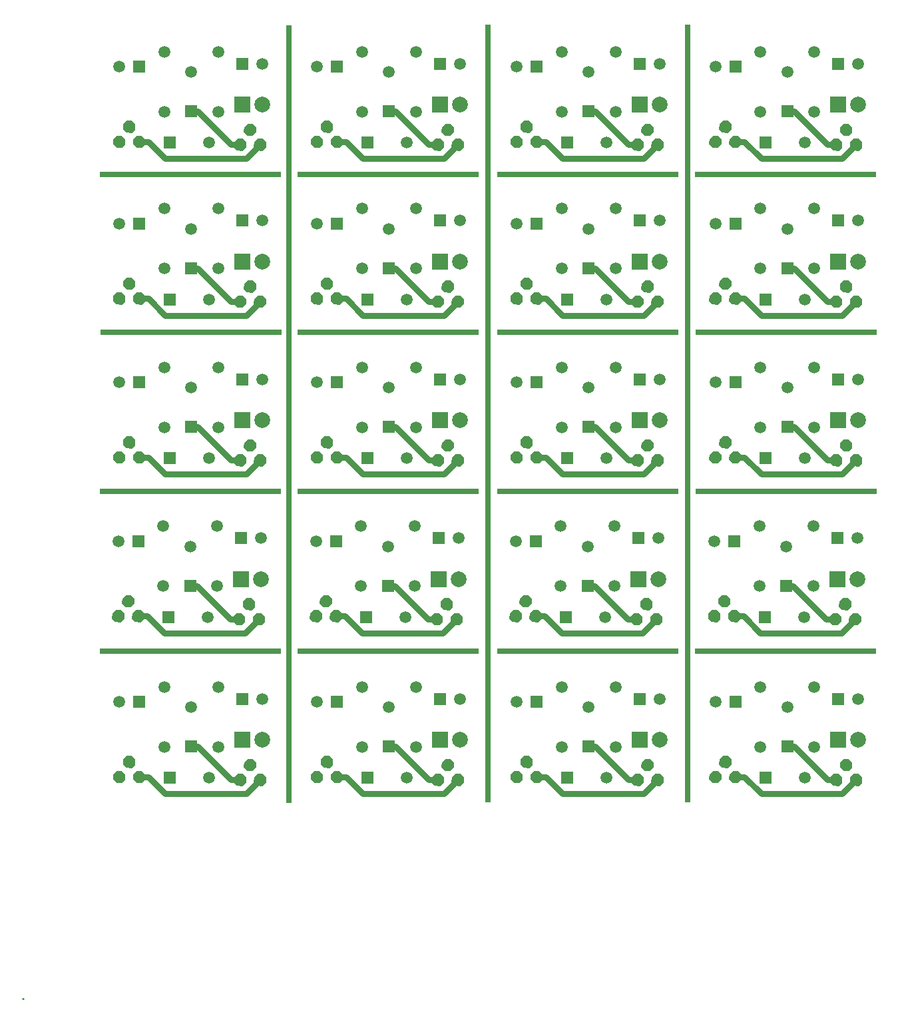
<source format=gtl>
G04 Layer_Physical_Order=1*
G04 Layer_Color=255*
%FSLAX25Y25*%
%MOIN*%
G70*
G01*
G75*
%ADD10C,0.03000*%
%ADD11C,0.01000*%
%ADD12R,0.90551X0.02756*%
%ADD13R,0.02756X3.89764*%
%ADD14C,0.05905*%
%ADD15R,0.05905X0.05905*%
%ADD16R,0.05905X0.05905*%
%ADD17R,0.07874X0.07874*%
%ADD18C,0.07874*%
G36*
X316832Y343428D02*
X318538Y341566D01*
X318428Y339042D01*
X316566Y337336D01*
X314042Y337446D01*
X312336Y339308D01*
X312446Y341832D01*
X314308Y343538D01*
X316832Y343428D01*
D02*
G37*
G36*
X217332D02*
X219038Y341566D01*
X218928Y339042D01*
X217066Y337336D01*
X214542Y337446D01*
X212836Y339308D01*
X212946Y341832D01*
X214808Y343538D01*
X217332Y343428D01*
D02*
G37*
G36*
X117332D02*
X119038Y341566D01*
X118928Y339042D01*
X117066Y337336D01*
X114542Y337446D01*
X112836Y339308D01*
X112946Y341832D01*
X114808Y343538D01*
X117332Y343428D01*
D02*
G37*
G36*
X18332D02*
X20038Y341566D01*
X19928Y339042D01*
X18066Y337336D01*
X15542Y337446D01*
X13836Y339308D01*
X13946Y341832D01*
X15808Y343538D01*
X18332Y343428D01*
D02*
G37*
G36*
X377332Y341928D02*
X379038Y340066D01*
X378928Y337542D01*
X377066Y335836D01*
X374542Y335946D01*
X372836Y337808D01*
X372946Y340332D01*
X374808Y342038D01*
X377332Y341928D01*
D02*
G37*
G36*
X277832D02*
X279538Y340066D01*
X279428Y337542D01*
X277566Y335836D01*
X275042Y335946D01*
X273336Y337808D01*
X273446Y340332D01*
X275308Y342038D01*
X277832Y341928D01*
D02*
G37*
G36*
X177832D02*
X179538Y340066D01*
X179428Y337542D01*
X177566Y335836D01*
X175042Y335946D01*
X173336Y337808D01*
X173446Y340332D01*
X175308Y342038D01*
X177832Y341928D01*
D02*
G37*
G36*
X78832D02*
X80538Y340066D01*
X80428Y337542D01*
X78566Y335836D01*
X76042Y335946D01*
X74336Y337808D01*
X74446Y340332D01*
X76308Y342038D01*
X78832Y341928D01*
D02*
G37*
G36*
X321832Y335928D02*
X323538Y334066D01*
X323428Y331542D01*
X321566Y329836D01*
X319042Y329946D01*
X317336Y331808D01*
X317446Y334332D01*
X319308Y336038D01*
X321832Y335928D01*
D02*
G37*
G36*
X311832D02*
X313538Y334066D01*
X313428Y331542D01*
X311566Y329836D01*
X309042Y329946D01*
X307336Y331808D01*
X307446Y334332D01*
X309308Y336038D01*
X311832Y335928D01*
D02*
G37*
G36*
X222332D02*
X224038Y334066D01*
X223928Y331542D01*
X222066Y329836D01*
X219542Y329946D01*
X217836Y331808D01*
X217946Y334332D01*
X219808Y336038D01*
X222332Y335928D01*
D02*
G37*
G36*
X212332D02*
X214038Y334066D01*
X213928Y331542D01*
X212066Y329836D01*
X209542Y329946D01*
X207836Y331808D01*
X207946Y334332D01*
X209808Y336038D01*
X212332Y335928D01*
D02*
G37*
G36*
X122332D02*
X124038Y334066D01*
X123928Y331542D01*
X122066Y329836D01*
X119542Y329946D01*
X117836Y331808D01*
X117946Y334332D01*
X119808Y336038D01*
X122332Y335928D01*
D02*
G37*
G36*
X112332D02*
X114038Y334066D01*
X113928Y331542D01*
X112066Y329836D01*
X109542Y329946D01*
X107836Y331808D01*
X107946Y334332D01*
X109808Y336038D01*
X112332Y335928D01*
D02*
G37*
G36*
X23332D02*
X25038Y334066D01*
X24928Y331542D01*
X23066Y329836D01*
X20542Y329946D01*
X18836Y331808D01*
X18946Y334332D01*
X20808Y336038D01*
X23332Y335928D01*
D02*
G37*
G36*
X13332D02*
X15038Y334066D01*
X14928Y331542D01*
X13066Y329836D01*
X10542Y329946D01*
X8836Y331808D01*
X8946Y334332D01*
X10808Y336038D01*
X13332Y335928D01*
D02*
G37*
G36*
X382332Y334428D02*
X384038Y332566D01*
X383928Y330042D01*
X382066Y328336D01*
X379542Y328446D01*
X377836Y330308D01*
X377946Y332832D01*
X379808Y334538D01*
X382332Y334428D01*
D02*
G37*
G36*
X372332D02*
X374038Y332566D01*
X373928Y330042D01*
X372066Y328336D01*
X369542Y328446D01*
X367836Y330308D01*
X367946Y332832D01*
X369808Y334538D01*
X372332Y334428D01*
D02*
G37*
G36*
X282832D02*
X284538Y332566D01*
X284428Y330042D01*
X282566Y328336D01*
X280042Y328446D01*
X278336Y330308D01*
X278446Y332832D01*
X280308Y334538D01*
X282832Y334428D01*
D02*
G37*
G36*
X272832D02*
X274538Y332566D01*
X274428Y330042D01*
X272566Y328336D01*
X270042Y328446D01*
X268336Y330308D01*
X268446Y332832D01*
X270308Y334538D01*
X272832Y334428D01*
D02*
G37*
G36*
X182832D02*
X184538Y332566D01*
X184428Y330042D01*
X182566Y328336D01*
X180042Y328446D01*
X178336Y330308D01*
X178446Y332832D01*
X180308Y334538D01*
X182832Y334428D01*
D02*
G37*
G36*
X172832D02*
X174538Y332566D01*
X174428Y330042D01*
X172566Y328336D01*
X170042Y328446D01*
X168336Y330308D01*
X168446Y332832D01*
X170308Y334538D01*
X172832Y334428D01*
D02*
G37*
G36*
X83832D02*
X85538Y332566D01*
X85428Y330042D01*
X83566Y328336D01*
X81042Y328446D01*
X79336Y330308D01*
X79446Y332832D01*
X81308Y334538D01*
X83832Y334428D01*
D02*
G37*
G36*
X73832D02*
X75538Y332566D01*
X75428Y330042D01*
X73566Y328336D01*
X71042Y328446D01*
X69336Y330308D01*
X69446Y332832D01*
X71308Y334538D01*
X73832Y334428D01*
D02*
G37*
G36*
X316832Y264928D02*
X318538Y263066D01*
X318428Y260542D01*
X316566Y258836D01*
X314042Y258946D01*
X312336Y260808D01*
X312446Y263332D01*
X314308Y265038D01*
X316832Y264928D01*
D02*
G37*
G36*
X217332D02*
X219038Y263066D01*
X218928Y260542D01*
X217066Y258836D01*
X214542Y258946D01*
X212836Y260808D01*
X212946Y263332D01*
X214808Y265038D01*
X217332Y264928D01*
D02*
G37*
G36*
X117332D02*
X119038Y263066D01*
X118928Y260542D01*
X117066Y258836D01*
X114542Y258946D01*
X112836Y260808D01*
X112946Y263332D01*
X114808Y265038D01*
X117332Y264928D01*
D02*
G37*
G36*
X18332D02*
X20038Y263066D01*
X19928Y260542D01*
X18066Y258836D01*
X15542Y258946D01*
X13836Y260808D01*
X13946Y263332D01*
X15808Y265038D01*
X18332Y264928D01*
D02*
G37*
G36*
X377332Y263428D02*
X379038Y261566D01*
X378928Y259042D01*
X377066Y257336D01*
X374542Y257446D01*
X372836Y259308D01*
X372946Y261832D01*
X374808Y263538D01*
X377332Y263428D01*
D02*
G37*
G36*
X277832D02*
X279538Y261566D01*
X279428Y259042D01*
X277566Y257336D01*
X275042Y257446D01*
X273336Y259308D01*
X273446Y261832D01*
X275308Y263538D01*
X277832Y263428D01*
D02*
G37*
G36*
X177832D02*
X179538Y261566D01*
X179428Y259042D01*
X177566Y257336D01*
X175042Y257446D01*
X173336Y259308D01*
X173446Y261832D01*
X175308Y263538D01*
X177832Y263428D01*
D02*
G37*
G36*
X78832D02*
X80538Y261566D01*
X80428Y259042D01*
X78566Y257336D01*
X76042Y257446D01*
X74336Y259308D01*
X74446Y261832D01*
X76308Y263538D01*
X78832Y263428D01*
D02*
G37*
G36*
X321832Y257428D02*
X323538Y255566D01*
X323428Y253042D01*
X321566Y251336D01*
X319042Y251446D01*
X317336Y253308D01*
X317446Y255832D01*
X319308Y257538D01*
X321832Y257428D01*
D02*
G37*
G36*
X311832D02*
X313538Y255566D01*
X313428Y253042D01*
X311566Y251336D01*
X309042Y251446D01*
X307336Y253308D01*
X307446Y255832D01*
X309308Y257538D01*
X311832Y257428D01*
D02*
G37*
G36*
X222332D02*
X224038Y255566D01*
X223928Y253042D01*
X222066Y251336D01*
X219542Y251446D01*
X217836Y253308D01*
X217946Y255832D01*
X219808Y257538D01*
X222332Y257428D01*
D02*
G37*
G36*
X212332D02*
X214038Y255566D01*
X213928Y253042D01*
X212066Y251336D01*
X209542Y251446D01*
X207836Y253308D01*
X207946Y255832D01*
X209808Y257538D01*
X212332Y257428D01*
D02*
G37*
G36*
X122332D02*
X124038Y255566D01*
X123928Y253042D01*
X122066Y251336D01*
X119542Y251446D01*
X117836Y253308D01*
X117946Y255832D01*
X119808Y257538D01*
X122332Y257428D01*
D02*
G37*
G36*
X112332D02*
X114038Y255566D01*
X113928Y253042D01*
X112066Y251336D01*
X109542Y251446D01*
X107836Y253308D01*
X107946Y255832D01*
X109808Y257538D01*
X112332Y257428D01*
D02*
G37*
G36*
X23332D02*
X25038Y255566D01*
X24928Y253042D01*
X23066Y251336D01*
X20542Y251446D01*
X18836Y253308D01*
X18946Y255832D01*
X20808Y257538D01*
X23332Y257428D01*
D02*
G37*
G36*
X13332D02*
X15038Y255566D01*
X14928Y253042D01*
X13066Y251336D01*
X10542Y251446D01*
X8836Y253308D01*
X8946Y255832D01*
X10808Y257538D01*
X13332Y257428D01*
D02*
G37*
G36*
X382332Y255928D02*
X384038Y254066D01*
X383928Y251542D01*
X382066Y249836D01*
X379542Y249946D01*
X377836Y251808D01*
X377946Y254332D01*
X379808Y256038D01*
X382332Y255928D01*
D02*
G37*
G36*
X372332D02*
X374038Y254066D01*
X373928Y251542D01*
X372066Y249836D01*
X369542Y249946D01*
X367836Y251808D01*
X367946Y254332D01*
X369808Y256038D01*
X372332Y255928D01*
D02*
G37*
G36*
X282832D02*
X284538Y254066D01*
X284428Y251542D01*
X282566Y249836D01*
X280042Y249946D01*
X278336Y251808D01*
X278446Y254332D01*
X280308Y256038D01*
X282832Y255928D01*
D02*
G37*
G36*
X272832D02*
X274538Y254066D01*
X274428Y251542D01*
X272566Y249836D01*
X270042Y249946D01*
X268336Y251808D01*
X268446Y254332D01*
X270308Y256038D01*
X272832Y255928D01*
D02*
G37*
G36*
X182832D02*
X184538Y254066D01*
X184428Y251542D01*
X182566Y249836D01*
X180042Y249946D01*
X178336Y251808D01*
X178446Y254332D01*
X180308Y256038D01*
X182832Y255928D01*
D02*
G37*
G36*
X172832D02*
X174538Y254066D01*
X174428Y251542D01*
X172566Y249836D01*
X170042Y249946D01*
X168336Y251808D01*
X168446Y254332D01*
X170308Y256038D01*
X172832Y255928D01*
D02*
G37*
G36*
X83832D02*
X85538Y254066D01*
X85428Y251542D01*
X83566Y249836D01*
X81042Y249946D01*
X79336Y251808D01*
X79446Y254332D01*
X81308Y256038D01*
X83832Y255928D01*
D02*
G37*
G36*
X73832D02*
X75538Y254066D01*
X75428Y251542D01*
X73566Y249836D01*
X71042Y249946D01*
X69336Y251808D01*
X69446Y254332D01*
X71308Y256038D01*
X73832Y255928D01*
D02*
G37*
G36*
X316832Y185428D02*
X318538Y183566D01*
X318428Y181042D01*
X316566Y179336D01*
X314042Y179446D01*
X312336Y181308D01*
X312446Y183832D01*
X314308Y185538D01*
X316832Y185428D01*
D02*
G37*
G36*
X217332D02*
X219038Y183566D01*
X218928Y181042D01*
X217066Y179336D01*
X214542Y179446D01*
X212836Y181308D01*
X212946Y183832D01*
X214808Y185538D01*
X217332Y185428D01*
D02*
G37*
G36*
X117332D02*
X119038Y183566D01*
X118928Y181042D01*
X117066Y179336D01*
X114542Y179446D01*
X112836Y181308D01*
X112946Y183832D01*
X114808Y185538D01*
X117332Y185428D01*
D02*
G37*
G36*
X18332D02*
X20038Y183566D01*
X19928Y181042D01*
X18066Y179336D01*
X15542Y179446D01*
X13836Y181308D01*
X13946Y183832D01*
X15808Y185538D01*
X18332Y185428D01*
D02*
G37*
G36*
X377332Y183928D02*
X379038Y182066D01*
X378928Y179542D01*
X377066Y177836D01*
X374542Y177946D01*
X372836Y179808D01*
X372946Y182332D01*
X374808Y184038D01*
X377332Y183928D01*
D02*
G37*
G36*
X277832D02*
X279538Y182066D01*
X279428Y179542D01*
X277566Y177836D01*
X275042Y177946D01*
X273336Y179808D01*
X273446Y182332D01*
X275308Y184038D01*
X277832Y183928D01*
D02*
G37*
G36*
X177832D02*
X179538Y182066D01*
X179428Y179542D01*
X177566Y177836D01*
X175042Y177946D01*
X173336Y179808D01*
X173446Y182332D01*
X175308Y184038D01*
X177832Y183928D01*
D02*
G37*
G36*
X78832D02*
X80538Y182066D01*
X80428Y179542D01*
X78566Y177836D01*
X76042Y177946D01*
X74336Y179808D01*
X74446Y182332D01*
X76308Y184038D01*
X78832Y183928D01*
D02*
G37*
G36*
X321832Y177928D02*
X323538Y176066D01*
X323428Y173542D01*
X321566Y171836D01*
X319042Y171946D01*
X317336Y173808D01*
X317446Y176332D01*
X319308Y178038D01*
X321832Y177928D01*
D02*
G37*
G36*
X311832D02*
X313538Y176066D01*
X313428Y173542D01*
X311566Y171836D01*
X309042Y171946D01*
X307336Y173808D01*
X307446Y176332D01*
X309308Y178038D01*
X311832Y177928D01*
D02*
G37*
G36*
X222332D02*
X224038Y176066D01*
X223928Y173542D01*
X222066Y171836D01*
X219542Y171946D01*
X217836Y173808D01*
X217946Y176332D01*
X219808Y178038D01*
X222332Y177928D01*
D02*
G37*
G36*
X212332D02*
X214038Y176066D01*
X213928Y173542D01*
X212066Y171836D01*
X209542Y171946D01*
X207836Y173808D01*
X207946Y176332D01*
X209808Y178038D01*
X212332Y177928D01*
D02*
G37*
G36*
X122332D02*
X124038Y176066D01*
X123928Y173542D01*
X122066Y171836D01*
X119542Y171946D01*
X117836Y173808D01*
X117946Y176332D01*
X119808Y178038D01*
X122332Y177928D01*
D02*
G37*
G36*
X112332D02*
X114038Y176066D01*
X113928Y173542D01*
X112066Y171836D01*
X109542Y171946D01*
X107836Y173808D01*
X107946Y176332D01*
X109808Y178038D01*
X112332Y177928D01*
D02*
G37*
G36*
X23332D02*
X25038Y176066D01*
X24928Y173542D01*
X23066Y171836D01*
X20542Y171946D01*
X18836Y173808D01*
X18946Y176332D01*
X20808Y178038D01*
X23332Y177928D01*
D02*
G37*
G36*
X13332D02*
X15038Y176066D01*
X14928Y173542D01*
X13066Y171836D01*
X10542Y171946D01*
X8836Y173808D01*
X8946Y176332D01*
X10808Y178038D01*
X13332Y177928D01*
D02*
G37*
G36*
X382332Y176428D02*
X384038Y174566D01*
X383928Y172042D01*
X382066Y170336D01*
X379542Y170446D01*
X377836Y172308D01*
X377946Y174832D01*
X379808Y176538D01*
X382332Y176428D01*
D02*
G37*
G36*
X372332D02*
X374038Y174566D01*
X373928Y172042D01*
X372066Y170336D01*
X369542Y170446D01*
X367836Y172308D01*
X367946Y174832D01*
X369808Y176538D01*
X372332Y176428D01*
D02*
G37*
G36*
X282832D02*
X284538Y174566D01*
X284428Y172042D01*
X282566Y170336D01*
X280042Y170446D01*
X278336Y172308D01*
X278446Y174832D01*
X280308Y176538D01*
X282832Y176428D01*
D02*
G37*
G36*
X272832D02*
X274538Y174566D01*
X274428Y172042D01*
X272566Y170336D01*
X270042Y170446D01*
X268336Y172308D01*
X268446Y174832D01*
X270308Y176538D01*
X272832Y176428D01*
D02*
G37*
G36*
X182832D02*
X184538Y174566D01*
X184428Y172042D01*
X182566Y170336D01*
X180042Y170446D01*
X178336Y172308D01*
X178446Y174832D01*
X180308Y176538D01*
X182832Y176428D01*
D02*
G37*
G36*
X172832D02*
X174538Y174566D01*
X174428Y172042D01*
X172566Y170336D01*
X170042Y170446D01*
X168336Y172308D01*
X168446Y174832D01*
X170308Y176538D01*
X172832Y176428D01*
D02*
G37*
G36*
X83832D02*
X85538Y174566D01*
X85428Y172042D01*
X83566Y170336D01*
X81042Y170446D01*
X79336Y172308D01*
X79446Y174832D01*
X81308Y176538D01*
X83832Y176428D01*
D02*
G37*
G36*
X73832D02*
X75538Y174566D01*
X75428Y172042D01*
X73566Y170336D01*
X71042Y170446D01*
X69336Y172308D01*
X69446Y174832D01*
X71308Y176538D01*
X73832Y176428D01*
D02*
G37*
G36*
X316332Y105928D02*
X318038Y104066D01*
X317928Y101542D01*
X316066Y99836D01*
X313542Y99946D01*
X311836Y101808D01*
X311946Y104332D01*
X313808Y106038D01*
X316332Y105928D01*
D02*
G37*
G36*
X216832D02*
X218538Y104066D01*
X218428Y101542D01*
X216566Y99836D01*
X214042Y99946D01*
X212336Y101808D01*
X212446Y104332D01*
X214308Y106038D01*
X216832Y105928D01*
D02*
G37*
G36*
X116832D02*
X118538Y104066D01*
X118428Y101542D01*
X116566Y99836D01*
X114042Y99946D01*
X112336Y101808D01*
X112446Y104332D01*
X114308Y106038D01*
X116832Y105928D01*
D02*
G37*
G36*
X17832D02*
X19538Y104066D01*
X19428Y101542D01*
X17566Y99836D01*
X15042Y99946D01*
X13336Y101808D01*
X13446Y104332D01*
X15308Y106038D01*
X17832Y105928D01*
D02*
G37*
G36*
X376832Y104428D02*
X378538Y102566D01*
X378428Y100042D01*
X376566Y98336D01*
X374042Y98446D01*
X372336Y100308D01*
X372446Y102832D01*
X374308Y104538D01*
X376832Y104428D01*
D02*
G37*
G36*
X277332D02*
X279038Y102566D01*
X278928Y100042D01*
X277066Y98336D01*
X274542Y98446D01*
X272836Y100308D01*
X272946Y102832D01*
X274808Y104538D01*
X277332Y104428D01*
D02*
G37*
G36*
X177332D02*
X179038Y102566D01*
X178928Y100042D01*
X177066Y98336D01*
X174542Y98446D01*
X172836Y100308D01*
X172946Y102832D01*
X174808Y104538D01*
X177332Y104428D01*
D02*
G37*
G36*
X78332D02*
X80038Y102566D01*
X79928Y100042D01*
X78066Y98336D01*
X75542Y98446D01*
X73836Y100308D01*
X73946Y102832D01*
X75808Y104538D01*
X78332Y104428D01*
D02*
G37*
G36*
X321332Y98428D02*
X323038Y96566D01*
X322928Y94042D01*
X321066Y92336D01*
X318542Y92446D01*
X316836Y94308D01*
X316946Y96832D01*
X318808Y98538D01*
X321332Y98428D01*
D02*
G37*
G36*
X311332D02*
X313038Y96566D01*
X312928Y94042D01*
X311066Y92336D01*
X308542Y92446D01*
X306836Y94308D01*
X306946Y96832D01*
X308808Y98538D01*
X311332Y98428D01*
D02*
G37*
G36*
X221832D02*
X223538Y96566D01*
X223428Y94042D01*
X221566Y92336D01*
X219042Y92446D01*
X217336Y94308D01*
X217446Y96832D01*
X219308Y98538D01*
X221832Y98428D01*
D02*
G37*
G36*
X211832D02*
X213538Y96566D01*
X213428Y94042D01*
X211566Y92336D01*
X209042Y92446D01*
X207336Y94308D01*
X207446Y96832D01*
X209308Y98538D01*
X211832Y98428D01*
D02*
G37*
G36*
X121832D02*
X123538Y96566D01*
X123428Y94042D01*
X121566Y92336D01*
X119042Y92446D01*
X117336Y94308D01*
X117446Y96832D01*
X119308Y98538D01*
X121832Y98428D01*
D02*
G37*
G36*
X111832D02*
X113538Y96566D01*
X113428Y94042D01*
X111566Y92336D01*
X109042Y92446D01*
X107336Y94308D01*
X107446Y96832D01*
X109308Y98538D01*
X111832Y98428D01*
D02*
G37*
G36*
X22832D02*
X24538Y96566D01*
X24428Y94042D01*
X22566Y92336D01*
X20042Y92446D01*
X18336Y94308D01*
X18446Y96832D01*
X20308Y98538D01*
X22832Y98428D01*
D02*
G37*
G36*
X12832D02*
X14538Y96566D01*
X14428Y94042D01*
X12566Y92336D01*
X10042Y92446D01*
X8336Y94308D01*
X8446Y96832D01*
X10308Y98538D01*
X12832Y98428D01*
D02*
G37*
G36*
X381832Y96928D02*
X383538Y95066D01*
X383428Y92542D01*
X381566Y90836D01*
X379042Y90946D01*
X377336Y92808D01*
X377446Y95332D01*
X379308Y97038D01*
X381832Y96928D01*
D02*
G37*
G36*
X371832D02*
X373538Y95066D01*
X373428Y92542D01*
X371566Y90836D01*
X369042Y90946D01*
X367336Y92808D01*
X367446Y95332D01*
X369308Y97038D01*
X371832Y96928D01*
D02*
G37*
G36*
X282332D02*
X284038Y95066D01*
X283928Y92542D01*
X282066Y90836D01*
X279542Y90946D01*
X277836Y92808D01*
X277946Y95332D01*
X279808Y97038D01*
X282332Y96928D01*
D02*
G37*
G36*
X272332D02*
X274038Y95066D01*
X273928Y92542D01*
X272066Y90836D01*
X269542Y90946D01*
X267836Y92808D01*
X267946Y95332D01*
X269808Y97038D01*
X272332Y96928D01*
D02*
G37*
G36*
X182332D02*
X184038Y95066D01*
X183928Y92542D01*
X182066Y90836D01*
X179542Y90946D01*
X177836Y92808D01*
X177946Y95332D01*
X179808Y97038D01*
X182332Y96928D01*
D02*
G37*
G36*
X172332D02*
X174038Y95066D01*
X173928Y92542D01*
X172066Y90836D01*
X169542Y90946D01*
X167836Y92808D01*
X167946Y95332D01*
X169808Y97038D01*
X172332Y96928D01*
D02*
G37*
G36*
X83332D02*
X85038Y95066D01*
X84928Y92542D01*
X83066Y90836D01*
X80542Y90946D01*
X78836Y92808D01*
X78946Y95332D01*
X80808Y97038D01*
X83332Y96928D01*
D02*
G37*
G36*
X73332D02*
X75038Y95066D01*
X74928Y92542D01*
X73066Y90836D01*
X70542Y90946D01*
X68836Y92808D01*
X68946Y95332D01*
X70808Y97038D01*
X73332Y96928D01*
D02*
G37*
G36*
X316832Y25428D02*
X318538Y23566D01*
X318428Y21042D01*
X316566Y19336D01*
X314042Y19446D01*
X312336Y21308D01*
X312446Y23832D01*
X314308Y25538D01*
X316832Y25428D01*
D02*
G37*
G36*
X217332D02*
X219038Y23566D01*
X218928Y21042D01*
X217066Y19336D01*
X214542Y19446D01*
X212836Y21308D01*
X212946Y23832D01*
X214808Y25538D01*
X217332Y25428D01*
D02*
G37*
G36*
X117332D02*
X119038Y23566D01*
X118928Y21042D01*
X117066Y19336D01*
X114542Y19446D01*
X112836Y21308D01*
X112946Y23832D01*
X114808Y25538D01*
X117332Y25428D01*
D02*
G37*
G36*
X18332D02*
X20038Y23566D01*
X19928Y21042D01*
X18066Y19336D01*
X15542Y19446D01*
X13836Y21308D01*
X13946Y23832D01*
X15808Y25538D01*
X18332Y25428D01*
D02*
G37*
G36*
X377332Y23928D02*
X379038Y22066D01*
X378928Y19542D01*
X377066Y17836D01*
X374542Y17946D01*
X372836Y19808D01*
X372946Y22332D01*
X374808Y24038D01*
X377332Y23928D01*
D02*
G37*
G36*
X277832D02*
X279538Y22066D01*
X279428Y19542D01*
X277566Y17836D01*
X275042Y17946D01*
X273336Y19808D01*
X273446Y22332D01*
X275308Y24038D01*
X277832Y23928D01*
D02*
G37*
G36*
X177832D02*
X179538Y22066D01*
X179428Y19542D01*
X177566Y17836D01*
X175042Y17946D01*
X173336Y19808D01*
X173446Y22332D01*
X175308Y24038D01*
X177832Y23928D01*
D02*
G37*
G36*
X78832D02*
X80538Y22066D01*
X80428Y19542D01*
X78566Y17836D01*
X76042Y17946D01*
X74336Y19808D01*
X74446Y22332D01*
X76308Y24038D01*
X78832Y23928D01*
D02*
G37*
G36*
X321832Y17928D02*
X323538Y16066D01*
X323428Y13542D01*
X321566Y11836D01*
X319042Y11946D01*
X317336Y13808D01*
X317446Y16332D01*
X319308Y18038D01*
X321832Y17928D01*
D02*
G37*
G36*
X311832D02*
X313538Y16066D01*
X313428Y13542D01*
X311566Y11836D01*
X309042Y11946D01*
X307336Y13808D01*
X307446Y16332D01*
X309308Y18038D01*
X311832Y17928D01*
D02*
G37*
G36*
X222332D02*
X224038Y16066D01*
X223928Y13542D01*
X222066Y11836D01*
X219542Y11946D01*
X217836Y13808D01*
X217946Y16332D01*
X219808Y18038D01*
X222332Y17928D01*
D02*
G37*
G36*
X212332D02*
X214038Y16066D01*
X213928Y13542D01*
X212066Y11836D01*
X209542Y11946D01*
X207836Y13808D01*
X207946Y16332D01*
X209808Y18038D01*
X212332Y17928D01*
D02*
G37*
G36*
X122332D02*
X124038Y16066D01*
X123928Y13542D01*
X122066Y11836D01*
X119542Y11946D01*
X117836Y13808D01*
X117946Y16332D01*
X119808Y18038D01*
X122332Y17928D01*
D02*
G37*
G36*
X112332D02*
X114038Y16066D01*
X113928Y13542D01*
X112066Y11836D01*
X109542Y11946D01*
X107836Y13808D01*
X107946Y16332D01*
X109808Y18038D01*
X112332Y17928D01*
D02*
G37*
G36*
X23332D02*
X25038Y16066D01*
X24928Y13542D01*
X23066Y11836D01*
X20542Y11946D01*
X18836Y13808D01*
X18946Y16332D01*
X20808Y18038D01*
X23332Y17928D01*
D02*
G37*
G36*
X13332D02*
X15038Y16066D01*
X14928Y13542D01*
X13066Y11836D01*
X10542Y11946D01*
X8836Y13808D01*
X8946Y16332D01*
X10808Y18038D01*
X13332Y17928D01*
D02*
G37*
G36*
X382332Y16428D02*
X384038Y14566D01*
X383928Y12042D01*
X382066Y10336D01*
X379542Y10446D01*
X377836Y12308D01*
X377946Y14832D01*
X379808Y16538D01*
X382332Y16428D01*
D02*
G37*
G36*
X372332D02*
X374038Y14566D01*
X373928Y12042D01*
X372066Y10336D01*
X369542Y10446D01*
X367836Y12308D01*
X367946Y14832D01*
X369808Y16538D01*
X372332Y16428D01*
D02*
G37*
G36*
X282832D02*
X284538Y14566D01*
X284428Y12042D01*
X282566Y10336D01*
X280042Y10446D01*
X278336Y12308D01*
X278446Y14832D01*
X280308Y16538D01*
X282832Y16428D01*
D02*
G37*
G36*
X272832D02*
X274538Y14566D01*
X274428Y12042D01*
X272566Y10336D01*
X270042Y10446D01*
X268336Y12308D01*
X268446Y14832D01*
X270308Y16538D01*
X272832Y16428D01*
D02*
G37*
G36*
X182832D02*
X184538Y14566D01*
X184428Y12042D01*
X182566Y10336D01*
X180042Y10446D01*
X178336Y12308D01*
X178446Y14832D01*
X180308Y16538D01*
X182832Y16428D01*
D02*
G37*
G36*
X172832D02*
X174538Y14566D01*
X174428Y12042D01*
X172566Y10336D01*
X170042Y10446D01*
X168336Y12308D01*
X168446Y14832D01*
X170308Y16538D01*
X172832Y16428D01*
D02*
G37*
G36*
X83832D02*
X85538Y14566D01*
X85428Y12042D01*
X83566Y10336D01*
X81042Y10446D01*
X79336Y12308D01*
X79446Y14832D01*
X81308Y16538D01*
X83832Y16428D01*
D02*
G37*
G36*
X73832D02*
X75538Y14566D01*
X75428Y12042D01*
X73566Y10336D01*
X71042Y10446D01*
X69336Y12308D01*
X69446Y14832D01*
X71308Y16538D01*
X73832Y16428D01*
D02*
G37*
D10*
X47437Y110594D02*
X50779D01*
X67437Y93937D01*
X71937D01*
X21437Y95437D02*
X25937D01*
X34437Y86937D01*
X74937D01*
X81937Y93937D01*
X373437Y86937D02*
X380437Y93937D01*
X332937Y86937D02*
X373437D01*
X324437Y95437D02*
X332937Y86937D01*
X319937Y95437D02*
X324437D01*
X365937Y93937D02*
X370437D01*
X349279Y110594D02*
X365937Y93937D01*
X345937Y110594D02*
X349279D01*
X273937Y86937D02*
X280937Y93937D01*
X233437Y86937D02*
X273937D01*
X224937Y95437D02*
X233437Y86937D01*
X220437Y95437D02*
X224937D01*
X266437Y93937D02*
X270937D01*
X249780Y110594D02*
X266437Y93937D01*
X246437Y110594D02*
X249780D01*
X173937Y86937D02*
X180937Y93937D01*
X133437Y86937D02*
X173937D01*
X124937Y95437D02*
X133437Y86937D01*
X120437Y95437D02*
X124937D01*
X166437Y93937D02*
X170937D01*
X149779Y110594D02*
X166437Y93937D01*
X146437Y110594D02*
X149779D01*
X47937Y190094D02*
X51279D01*
X67937Y173437D01*
X72437D01*
X21937Y174937D02*
X26437D01*
X34937Y166437D01*
X75437D01*
X82437Y173437D01*
X373937Y166437D02*
X380937Y173437D01*
X333437Y166437D02*
X373937D01*
X324937Y174937D02*
X333437Y166437D01*
X320437Y174937D02*
X324937D01*
X366437Y173437D02*
X370937D01*
X349780Y190094D02*
X366437Y173437D01*
X346437Y190094D02*
X349780D01*
X274437Y166437D02*
X281437Y173437D01*
X233937Y166437D02*
X274437D01*
X225437Y174937D02*
X233937Y166437D01*
X220937Y174937D02*
X225437D01*
X266937Y173437D02*
X271437D01*
X250279Y190094D02*
X266937Y173437D01*
X246937Y190094D02*
X250279D01*
X174437Y166437D02*
X181437Y173437D01*
X133937Y166437D02*
X174437D01*
X125437Y174937D02*
X133937Y166437D01*
X120937Y174937D02*
X125437D01*
X166937Y173437D02*
X171437D01*
X150279Y190094D02*
X166937Y173437D01*
X146937Y190094D02*
X150279D01*
X47937Y269595D02*
X51279D01*
X67937Y252937D01*
X72437D01*
X21937Y254437D02*
X26437D01*
X34937Y245937D01*
X75437D01*
X82437Y252937D01*
X373937Y245937D02*
X380937Y252937D01*
X333437Y245937D02*
X373937D01*
X324937Y254437D02*
X333437Y245937D01*
X320437Y254437D02*
X324937D01*
X366437Y252937D02*
X370937D01*
X349780Y269595D02*
X366437Y252937D01*
X346437Y269595D02*
X349780D01*
X274437Y245937D02*
X281437Y252937D01*
X233937Y245937D02*
X274437D01*
X225437Y254437D02*
X233937Y245937D01*
X220937Y254437D02*
X225437D01*
X266937Y252937D02*
X271437D01*
X250279Y269595D02*
X266937Y252937D01*
X246937Y269595D02*
X250279D01*
X174437Y245937D02*
X181437Y252937D01*
X133937Y245937D02*
X174437D01*
X125437Y254437D02*
X133937Y245937D01*
X120937Y254437D02*
X125437D01*
X166937Y252937D02*
X171437D01*
X150279Y269595D02*
X166937Y252937D01*
X146937Y269595D02*
X150279D01*
X47937Y348095D02*
X51279D01*
X67937Y331437D01*
X72437D01*
X21937Y332937D02*
X26437D01*
X34937Y324437D01*
X75437D01*
X82437Y331437D01*
X373937Y324437D02*
X380937Y331437D01*
X333437Y324437D02*
X373937D01*
X324937Y332937D02*
X333437Y324437D01*
X320437Y332937D02*
X324937D01*
X366437Y331437D02*
X370937D01*
X349780Y348095D02*
X366437Y331437D01*
X346437Y348095D02*
X349780D01*
X274437Y324437D02*
X281437Y331437D01*
X233937Y324437D02*
X274437D01*
X225437Y332937D02*
X233937Y324437D01*
X220937Y332937D02*
X225437D01*
X266937Y331437D02*
X271437D01*
X250279Y348095D02*
X266937Y331437D01*
X246937Y348095D02*
X250279D01*
X174437Y324437D02*
X181437Y331437D01*
X133937Y324437D02*
X174437D01*
X125437Y332937D02*
X133937Y324437D01*
X120937Y332937D02*
X125437D01*
X166937Y331437D02*
X171437D01*
X150279Y348095D02*
X166937Y331437D01*
X146937Y348095D02*
X150279D01*
X146937Y30095D02*
X150279D01*
X166937Y13437D01*
X171437D01*
X120937Y14937D02*
X125437D01*
X133937Y6437D01*
X174437D01*
X181437Y13437D01*
X246937Y30095D02*
X250279D01*
X266937Y13437D01*
X271437D01*
X220937Y14937D02*
X225437D01*
X233937Y6437D01*
X274437D01*
X281437Y13437D01*
X346437Y30095D02*
X349780D01*
X366437Y13437D01*
X370937D01*
X320437Y14937D02*
X324937D01*
X333437Y6437D01*
X373937D01*
X380937Y13437D01*
X75437Y6437D02*
X82437Y13437D01*
X34937Y6437D02*
X75437D01*
X26437Y14937D02*
X34937Y6437D01*
X21937Y14937D02*
X26437D01*
X67937Y13437D02*
X72437D01*
X51279Y30095D02*
X67937Y13437D01*
X47937Y30095D02*
X51279D01*
D11*
X-36563Y-96063D02*
X-36063D01*
D12*
X345500Y78000D02*
D03*
X346000Y158000D02*
D03*
Y237500D02*
D03*
X345500Y316500D02*
D03*
X246500Y78000D02*
D03*
Y158000D02*
D03*
Y237500D02*
D03*
Y316500D02*
D03*
X146500Y78000D02*
D03*
Y158000D02*
D03*
Y237500D02*
D03*
Y316500D02*
D03*
X47500Y78000D02*
D03*
Y158000D02*
D03*
X48000Y237500D02*
D03*
X47500Y316500D02*
D03*
D13*
X296500Y197000D02*
D03*
X196500D02*
D03*
X97000Y196500D02*
D03*
D14*
X56279Y94937D02*
D03*
X47437Y130280D02*
D03*
X11437Y132937D02*
D03*
X82937Y134437D02*
D03*
X21437Y95437D02*
D03*
X16437Y102937D02*
D03*
X11437Y95437D02*
D03*
X81937Y93937D02*
D03*
X76937Y101437D02*
D03*
X71937Y93937D02*
D03*
X33937Y140437D02*
D03*
Y110437D02*
D03*
X60937Y140437D02*
D03*
Y110437D02*
D03*
X359437Y140437D02*
D03*
Y110437D02*
D03*
X332437Y140437D02*
D03*
Y110437D02*
D03*
X380437Y93937D02*
D03*
X375437Y101437D02*
D03*
X370437Y93937D02*
D03*
X319937Y95437D02*
D03*
X314937Y102937D02*
D03*
X309937Y95437D02*
D03*
X381437Y134437D02*
D03*
X309937Y132937D02*
D03*
X345937Y130280D02*
D03*
X354780Y94937D02*
D03*
X259937Y140437D02*
D03*
Y110437D02*
D03*
X232937Y140437D02*
D03*
Y110437D02*
D03*
X280937Y93937D02*
D03*
X275937Y101437D02*
D03*
X270937Y93937D02*
D03*
X220437Y95437D02*
D03*
X215437Y102937D02*
D03*
X210437Y95437D02*
D03*
X281937Y134437D02*
D03*
X210437Y132937D02*
D03*
X246437Y130280D02*
D03*
X255279Y94937D02*
D03*
X159937Y140437D02*
D03*
Y110437D02*
D03*
X132937Y140437D02*
D03*
Y110437D02*
D03*
X180937Y93937D02*
D03*
X175937Y101437D02*
D03*
X170937Y93937D02*
D03*
X120437Y95437D02*
D03*
X115437Y102937D02*
D03*
X110437Y95437D02*
D03*
X181937Y134437D02*
D03*
X110437Y132937D02*
D03*
X146437Y130280D02*
D03*
X155280Y94937D02*
D03*
X56779Y174437D02*
D03*
X47937Y209780D02*
D03*
X11937Y212437D02*
D03*
X83437Y213937D02*
D03*
X21937Y174937D02*
D03*
X16937Y182437D02*
D03*
X11937Y174937D02*
D03*
X82437Y173437D02*
D03*
X77437Y180937D02*
D03*
X72437Y173437D02*
D03*
X34437Y219937D02*
D03*
Y189937D02*
D03*
X61437Y219937D02*
D03*
Y189937D02*
D03*
X359937Y219937D02*
D03*
Y189937D02*
D03*
X332937Y219937D02*
D03*
Y189937D02*
D03*
X380937Y173437D02*
D03*
X375937Y180937D02*
D03*
X370937Y173437D02*
D03*
X320437Y174937D02*
D03*
X315437Y182437D02*
D03*
X310437Y174937D02*
D03*
X381937Y213937D02*
D03*
X310437Y212437D02*
D03*
X346437Y209780D02*
D03*
X355279Y174437D02*
D03*
X260437Y219937D02*
D03*
Y189937D02*
D03*
X233437Y219937D02*
D03*
Y189937D02*
D03*
X281437Y173437D02*
D03*
X276437Y180937D02*
D03*
X271437Y173437D02*
D03*
X220937Y174937D02*
D03*
X215937Y182437D02*
D03*
X210937Y174937D02*
D03*
X282437Y213937D02*
D03*
X210937Y212437D02*
D03*
X246937Y209780D02*
D03*
X255780Y174437D02*
D03*
X160437Y219937D02*
D03*
Y189937D02*
D03*
X133437Y219937D02*
D03*
Y189937D02*
D03*
X181437Y173437D02*
D03*
X176437Y180937D02*
D03*
X171437Y173437D02*
D03*
X120937Y174937D02*
D03*
X115937Y182437D02*
D03*
X110937Y174937D02*
D03*
X182437Y213937D02*
D03*
X110937Y212437D02*
D03*
X146937Y209780D02*
D03*
X155780Y174437D02*
D03*
X56779Y253937D02*
D03*
X47937Y289280D02*
D03*
X11937Y291937D02*
D03*
X83437Y293437D02*
D03*
X21937Y254437D02*
D03*
X16937Y261937D02*
D03*
X11937Y254437D02*
D03*
X82437Y252937D02*
D03*
X77437Y260437D02*
D03*
X72437Y252937D02*
D03*
X34437Y299437D02*
D03*
Y269437D02*
D03*
X61437Y299437D02*
D03*
Y269437D02*
D03*
X359937Y299437D02*
D03*
Y269437D02*
D03*
X332937Y299437D02*
D03*
Y269437D02*
D03*
X380937Y252937D02*
D03*
X375937Y260437D02*
D03*
X370937Y252937D02*
D03*
X320437Y254437D02*
D03*
X315437Y261937D02*
D03*
X310437Y254437D02*
D03*
X381937Y293437D02*
D03*
X310437Y291937D02*
D03*
X346437Y289280D02*
D03*
X355279Y253937D02*
D03*
X260437Y299437D02*
D03*
Y269437D02*
D03*
X233437Y299437D02*
D03*
Y269437D02*
D03*
X281437Y252937D02*
D03*
X276437Y260437D02*
D03*
X271437Y252937D02*
D03*
X220937Y254437D02*
D03*
X215937Y261937D02*
D03*
X210937Y254437D02*
D03*
X282437Y293437D02*
D03*
X210937Y291937D02*
D03*
X246937Y289280D02*
D03*
X255780Y253937D02*
D03*
X160437Y299437D02*
D03*
Y269437D02*
D03*
X133437Y299437D02*
D03*
Y269437D02*
D03*
X181437Y252937D02*
D03*
X176437Y260437D02*
D03*
X171437Y252937D02*
D03*
X120937Y254437D02*
D03*
X115937Y261937D02*
D03*
X110937Y254437D02*
D03*
X182437Y293437D02*
D03*
X110937Y291937D02*
D03*
X146937Y289280D02*
D03*
X155780Y253937D02*
D03*
X56779Y332437D02*
D03*
X47937Y367779D02*
D03*
X11937Y370437D02*
D03*
X83437Y371937D02*
D03*
X21937Y332937D02*
D03*
X16937Y340437D02*
D03*
X11937Y332937D02*
D03*
X82437Y331437D02*
D03*
X77437Y338937D02*
D03*
X72437Y331437D02*
D03*
X34437Y377937D02*
D03*
Y347937D02*
D03*
X61437Y377937D02*
D03*
Y347937D02*
D03*
X359937Y377937D02*
D03*
Y347937D02*
D03*
X332937Y377937D02*
D03*
Y347937D02*
D03*
X380937Y331437D02*
D03*
X375937Y338937D02*
D03*
X370937Y331437D02*
D03*
X320437Y332937D02*
D03*
X315437Y340437D02*
D03*
X310437Y332937D02*
D03*
X381937Y371937D02*
D03*
X310437Y370437D02*
D03*
X346437Y367779D02*
D03*
X355279Y332437D02*
D03*
X260437Y377937D02*
D03*
Y347937D02*
D03*
X233437Y377937D02*
D03*
Y347937D02*
D03*
X281437Y331437D02*
D03*
X276437Y338937D02*
D03*
X271437Y331437D02*
D03*
X220937Y332937D02*
D03*
X215937Y340437D02*
D03*
X210937Y332937D02*
D03*
X282437Y371937D02*
D03*
X210937Y370437D02*
D03*
X246937Y367779D02*
D03*
X255780Y332437D02*
D03*
X160437Y377937D02*
D03*
Y347937D02*
D03*
X133437Y377937D02*
D03*
Y347937D02*
D03*
X181437Y331437D02*
D03*
X176437Y338937D02*
D03*
X171437Y331437D02*
D03*
X120937Y332937D02*
D03*
X115937Y340437D02*
D03*
X110937Y332937D02*
D03*
X182437Y371937D02*
D03*
X110937Y370437D02*
D03*
X146937Y367779D02*
D03*
X155780Y332437D02*
D03*
Y14437D02*
D03*
X146937Y49779D02*
D03*
X110937Y52437D02*
D03*
X182437Y53937D02*
D03*
X120937Y14937D02*
D03*
X115937Y22437D02*
D03*
X110937Y14937D02*
D03*
X181437Y13437D02*
D03*
X176437Y20937D02*
D03*
X171437Y13437D02*
D03*
X133437Y59937D02*
D03*
Y29937D02*
D03*
X160437Y59937D02*
D03*
Y29937D02*
D03*
X255780Y14437D02*
D03*
X246937Y49779D02*
D03*
X210937Y52437D02*
D03*
X282437Y53937D02*
D03*
X220937Y14937D02*
D03*
X215937Y22437D02*
D03*
X210937Y14937D02*
D03*
X281437Y13437D02*
D03*
X276437Y20937D02*
D03*
X271437Y13437D02*
D03*
X233437Y59937D02*
D03*
Y29937D02*
D03*
X260437Y59937D02*
D03*
Y29937D02*
D03*
X355279Y14437D02*
D03*
X346437Y49779D02*
D03*
X310437Y52437D02*
D03*
X381937Y53937D02*
D03*
X320437Y14937D02*
D03*
X315437Y22437D02*
D03*
X310437Y14937D02*
D03*
X380937Y13437D02*
D03*
X375937Y20937D02*
D03*
X370937Y13437D02*
D03*
X332937Y59937D02*
D03*
Y29937D02*
D03*
X359937Y59937D02*
D03*
Y29937D02*
D03*
X61437Y59937D02*
D03*
Y29937D02*
D03*
X11937Y52437D02*
D03*
X83437Y53937D02*
D03*
X34437Y59937D02*
D03*
Y29937D02*
D03*
X56779Y14437D02*
D03*
X21937Y14937D02*
D03*
X16937Y22437D02*
D03*
X11937Y14937D02*
D03*
X47937Y49779D02*
D03*
X82437Y13437D02*
D03*
X77437Y20937D02*
D03*
X72437Y13437D02*
D03*
D15*
X36595Y94937D02*
D03*
X21437Y132937D02*
D03*
X72937Y134437D02*
D03*
X371437D02*
D03*
X319937Y132937D02*
D03*
X335094Y94937D02*
D03*
X271937Y134437D02*
D03*
X220437Y132937D02*
D03*
X235595Y94937D02*
D03*
X171937Y134437D02*
D03*
X120437Y132937D02*
D03*
X135594Y94937D02*
D03*
X37095Y174437D02*
D03*
X21937Y212437D02*
D03*
X73437Y213937D02*
D03*
X371937D02*
D03*
X320437Y212437D02*
D03*
X335595Y174437D02*
D03*
X272437Y213937D02*
D03*
X220937Y212437D02*
D03*
X236094Y174437D02*
D03*
X172437Y213937D02*
D03*
X120937Y212437D02*
D03*
X136094Y174437D02*
D03*
X37095Y253937D02*
D03*
X21937Y291937D02*
D03*
X73437Y293437D02*
D03*
X371937D02*
D03*
X320437Y291937D02*
D03*
X335595Y253937D02*
D03*
X272437Y293437D02*
D03*
X220937Y291937D02*
D03*
X236094Y253937D02*
D03*
X172437Y293437D02*
D03*
X120937Y291937D02*
D03*
X136094Y253937D02*
D03*
X37095Y332437D02*
D03*
X21937Y370437D02*
D03*
X73437Y371937D02*
D03*
X371937D02*
D03*
X320437Y370437D02*
D03*
X335595Y332437D02*
D03*
X272437Y371937D02*
D03*
X220937Y370437D02*
D03*
X236094Y332437D02*
D03*
X172437Y371937D02*
D03*
X120937Y370437D02*
D03*
X136094Y332437D02*
D03*
Y14437D02*
D03*
X120937Y52437D02*
D03*
X172437Y53937D02*
D03*
X236094Y14437D02*
D03*
X220937Y52437D02*
D03*
X272437Y53937D02*
D03*
X335595Y14437D02*
D03*
X320437Y52437D02*
D03*
X371937Y53937D02*
D03*
X21937Y52437D02*
D03*
X73437Y53937D02*
D03*
X37095Y14437D02*
D03*
D16*
X47437Y110594D02*
D03*
X345937D02*
D03*
X246437D02*
D03*
X146437D02*
D03*
X47937Y190094D02*
D03*
X346437D02*
D03*
X246937D02*
D03*
X146937D02*
D03*
X47937Y269595D02*
D03*
X346437D02*
D03*
X246937D02*
D03*
X146937D02*
D03*
X47937Y348095D02*
D03*
X346437D02*
D03*
X246937D02*
D03*
X146937D02*
D03*
Y30095D02*
D03*
X246937D02*
D03*
X346437D02*
D03*
X47937D02*
D03*
D17*
X72937Y113937D02*
D03*
X371437D02*
D03*
X271937D02*
D03*
X171937D02*
D03*
X73437Y193437D02*
D03*
X371937D02*
D03*
X272437D02*
D03*
X172437D02*
D03*
X73437Y272937D02*
D03*
X371937D02*
D03*
X272437D02*
D03*
X172437D02*
D03*
X73437Y351437D02*
D03*
X371937D02*
D03*
X272437D02*
D03*
X172437D02*
D03*
Y33437D02*
D03*
X272437D02*
D03*
X371937D02*
D03*
X73437D02*
D03*
D18*
X82937Y113937D02*
D03*
X381437D02*
D03*
X281937D02*
D03*
X181937D02*
D03*
X83437Y193437D02*
D03*
X381937D02*
D03*
X282437D02*
D03*
X182437D02*
D03*
X83437Y272937D02*
D03*
X381937D02*
D03*
X282437D02*
D03*
X182437D02*
D03*
X83437Y351437D02*
D03*
X381937D02*
D03*
X282437D02*
D03*
X182437D02*
D03*
Y33437D02*
D03*
X282437D02*
D03*
X381937D02*
D03*
X83437D02*
D03*
M02*

</source>
